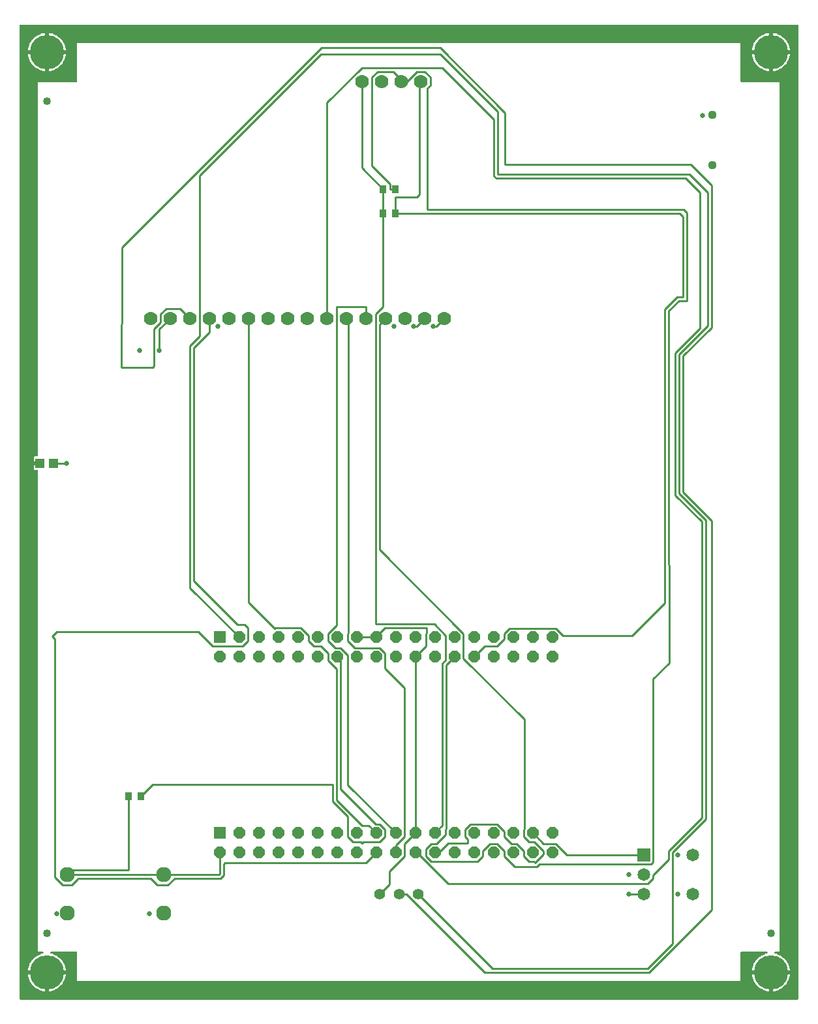
<source format=gbr>
G04 EAGLE Gerber RS-274X export*
G75*
%MOMM*%
%FSLAX34Y34*%
%LPD*%
%INTop Copper*%
%IPPOS*%
%AMOC8*
5,1,8,0,0,1.08239X$1,22.5*%
G01*
%ADD10C,1.778000*%
%ADD11C,1.651000*%
%ADD12R,1.651000X1.651000*%
%ADD13C,1.120000*%
%ADD14C,1.400000*%
%ADD15C,1.960000*%
%ADD16R,0.949959X1.031241*%
%ADD17R,1.524000X1.524000*%
%ADD18P,1.649562X8X22.500000*%
%ADD19C,1.016000*%
%ADD20C,4.445000*%
%ADD21R,1.143000X1.270000*%
%ADD22C,0.654800*%
%ADD23C,0.254000*%

G36*
X2556Y3692D02*
X2556Y3692D01*
X2563Y3573D01*
X2576Y3535D01*
X2581Y3494D01*
X2624Y3384D01*
X2661Y3271D01*
X2683Y3236D01*
X2698Y3199D01*
X2767Y3103D01*
X2831Y3002D01*
X2861Y2974D01*
X2884Y2941D01*
X2976Y2865D01*
X3063Y2784D01*
X3098Y2764D01*
X3129Y2739D01*
X3237Y2688D01*
X3341Y2630D01*
X3381Y2620D01*
X3417Y2603D01*
X3534Y2581D01*
X3649Y2551D01*
X3709Y2547D01*
X3729Y2543D01*
X3750Y2545D01*
X3810Y2541D01*
X1011991Y2541D01*
X1012109Y2556D01*
X1012227Y2563D01*
X1012266Y2575D01*
X1012306Y2581D01*
X1012417Y2624D01*
X1012530Y2661D01*
X1012564Y2683D01*
X1012602Y2698D01*
X1012698Y2767D01*
X1012799Y2831D01*
X1012826Y2861D01*
X1012859Y2884D01*
X1012935Y2976D01*
X1013017Y3063D01*
X1013036Y3098D01*
X1013062Y3129D01*
X1013113Y3237D01*
X1013170Y3341D01*
X1013180Y3381D01*
X1013198Y3417D01*
X1013220Y3534D01*
X1013250Y3649D01*
X1013253Y3709D01*
X1013257Y3729D01*
X1013256Y3750D01*
X1013260Y3810D01*
X1013359Y635000D01*
X1013459Y1266190D01*
X1013444Y1266308D01*
X1013436Y1266427D01*
X1013424Y1266465D01*
X1013419Y1266505D01*
X1013375Y1266616D01*
X1013338Y1266729D01*
X1013317Y1266764D01*
X1013302Y1266801D01*
X1013232Y1266897D01*
X1013168Y1266998D01*
X1013139Y1267026D01*
X1013115Y1267058D01*
X1013023Y1267134D01*
X1012937Y1267216D01*
X1012901Y1267236D01*
X1012870Y1267261D01*
X1012762Y1267312D01*
X1012658Y1267370D01*
X1012619Y1267380D01*
X1012582Y1267397D01*
X1012465Y1267419D01*
X1012350Y1267449D01*
X1012290Y1267453D01*
X1012270Y1267457D01*
X1012250Y1267455D01*
X1012189Y1267459D01*
X3810Y1267459D01*
X3692Y1267444D01*
X3573Y1267437D01*
X3535Y1267424D01*
X3494Y1267419D01*
X3384Y1267376D01*
X3271Y1267339D01*
X3236Y1267317D01*
X3199Y1267302D01*
X3103Y1267233D01*
X3002Y1267169D01*
X2974Y1267139D01*
X2941Y1267116D01*
X2865Y1267024D01*
X2784Y1266937D01*
X2764Y1266902D01*
X2739Y1266871D01*
X2688Y1266763D01*
X2630Y1266659D01*
X2620Y1266619D01*
X2603Y1266583D01*
X2581Y1266466D01*
X2551Y1266351D01*
X2547Y1266291D01*
X2543Y1266271D01*
X2545Y1266250D01*
X2541Y1266190D01*
X2541Y3810D01*
X2556Y3692D01*
G37*
%LPC*%
G36*
X26654Y688458D02*
X26654Y688458D01*
X26647Y688577D01*
X26634Y688615D01*
X26629Y688656D01*
X26586Y688766D01*
X26549Y688879D01*
X26527Y688914D01*
X26512Y688951D01*
X26443Y689047D01*
X26379Y689148D01*
X26349Y689176D01*
X26326Y689209D01*
X26234Y689285D01*
X26147Y689366D01*
X26112Y689386D01*
X26081Y689411D01*
X25973Y689462D01*
X25869Y689520D01*
X25829Y689530D01*
X25793Y689547D01*
X25676Y689569D01*
X25561Y689599D01*
X25501Y689603D01*
X25481Y689607D01*
X25460Y689605D01*
X25400Y689609D01*
X23161Y689609D01*
X22514Y689782D01*
X21935Y690117D01*
X21462Y690590D01*
X21127Y691169D01*
X20954Y691816D01*
X20954Y695961D01*
X25400Y695961D01*
X25518Y695976D01*
X25637Y695983D01*
X25675Y695996D01*
X25716Y696001D01*
X25826Y696044D01*
X25939Y696081D01*
X25974Y696103D01*
X26011Y696118D01*
X26107Y696188D01*
X26208Y696251D01*
X26236Y696281D01*
X26269Y696305D01*
X26345Y696396D01*
X26426Y696483D01*
X26446Y696518D01*
X26471Y696549D01*
X26522Y696657D01*
X26580Y696761D01*
X26590Y696801D01*
X26607Y696837D01*
X26629Y696954D01*
X26659Y697069D01*
X26663Y697130D01*
X26667Y697150D01*
X26665Y697170D01*
X26669Y697230D01*
X26669Y699770D01*
X26654Y699888D01*
X26647Y700007D01*
X26634Y700045D01*
X26629Y700085D01*
X26586Y700196D01*
X26549Y700309D01*
X26527Y700344D01*
X26512Y700381D01*
X26443Y700477D01*
X26379Y700578D01*
X26349Y700606D01*
X26326Y700638D01*
X26234Y700714D01*
X26147Y700796D01*
X26112Y700815D01*
X26081Y700841D01*
X25973Y700892D01*
X25869Y700949D01*
X25829Y700960D01*
X25793Y700977D01*
X25676Y700999D01*
X25561Y701029D01*
X25501Y701033D01*
X25481Y701037D01*
X25460Y701035D01*
X25400Y701039D01*
X20954Y701039D01*
X20954Y705184D01*
X21127Y705831D01*
X21462Y706410D01*
X21935Y706883D01*
X22514Y707218D01*
X23161Y707391D01*
X25400Y707391D01*
X25518Y707406D01*
X25637Y707413D01*
X25675Y707426D01*
X25716Y707431D01*
X25826Y707474D01*
X25939Y707511D01*
X25974Y707533D01*
X26011Y707548D01*
X26107Y707617D01*
X26208Y707681D01*
X26236Y707711D01*
X26269Y707734D01*
X26345Y707826D01*
X26426Y707913D01*
X26446Y707948D01*
X26471Y707979D01*
X26522Y708087D01*
X26580Y708191D01*
X26590Y708231D01*
X26607Y708267D01*
X26629Y708384D01*
X26659Y708499D01*
X26663Y708559D01*
X26667Y708579D01*
X26665Y708600D01*
X26669Y708660D01*
X26669Y1192531D01*
X76200Y1192531D01*
X76318Y1192546D01*
X76437Y1192553D01*
X76475Y1192566D01*
X76516Y1192571D01*
X76626Y1192614D01*
X76739Y1192651D01*
X76774Y1192673D01*
X76811Y1192688D01*
X76907Y1192758D01*
X77008Y1192821D01*
X77036Y1192851D01*
X77069Y1192874D01*
X77145Y1192966D01*
X77226Y1193053D01*
X77246Y1193088D01*
X77271Y1193119D01*
X77322Y1193227D01*
X77380Y1193331D01*
X77390Y1193371D01*
X77407Y1193407D01*
X77429Y1193524D01*
X77459Y1193639D01*
X77463Y1193700D01*
X77467Y1193720D01*
X77465Y1193740D01*
X77469Y1193800D01*
X77469Y1243331D01*
X938531Y1243331D01*
X938531Y1193800D01*
X938546Y1193682D01*
X938553Y1193563D01*
X938566Y1193525D01*
X938571Y1193484D01*
X938614Y1193374D01*
X938651Y1193261D01*
X938673Y1193226D01*
X938688Y1193189D01*
X938758Y1193093D01*
X938821Y1192992D01*
X938851Y1192964D01*
X938874Y1192931D01*
X938966Y1192856D01*
X939053Y1192774D01*
X939088Y1192754D01*
X939119Y1192729D01*
X939227Y1192678D01*
X939331Y1192620D01*
X939371Y1192610D01*
X939407Y1192593D01*
X939524Y1192571D01*
X939639Y1192541D01*
X939700Y1192537D01*
X939720Y1192533D01*
X939740Y1192535D01*
X939800Y1192531D01*
X989331Y1192531D01*
X989331Y64769D01*
X983615Y64769D01*
X983598Y64767D01*
X983581Y64769D01*
X983441Y64747D01*
X983300Y64729D01*
X983284Y64723D01*
X983267Y64721D01*
X983136Y64665D01*
X983004Y64612D01*
X982990Y64602D01*
X982975Y64596D01*
X982862Y64509D01*
X982747Y64426D01*
X982736Y64412D01*
X982722Y64402D01*
X982635Y64290D01*
X982544Y64181D01*
X982537Y64165D01*
X982526Y64152D01*
X982469Y64021D01*
X982409Y63893D01*
X982405Y63876D01*
X982398Y63860D01*
X982375Y63719D01*
X982349Y63581D01*
X982350Y63563D01*
X982347Y63547D01*
X982360Y63404D01*
X982368Y63263D01*
X982374Y63247D01*
X982375Y63230D01*
X982423Y63095D01*
X982467Y62961D01*
X982476Y62946D01*
X982481Y62930D01*
X982561Y62812D01*
X982637Y62692D01*
X982649Y62680D01*
X982659Y62666D01*
X982765Y62571D01*
X982868Y62474D01*
X982883Y62466D01*
X982896Y62454D01*
X983022Y62389D01*
X983147Y62320D01*
X983163Y62316D01*
X983179Y62308D01*
X983333Y62263D01*
X984767Y61935D01*
X987392Y61017D01*
X989899Y59810D01*
X992254Y58330D01*
X994429Y56595D01*
X996395Y54629D01*
X998130Y52454D01*
X999610Y50099D01*
X1000817Y47592D01*
X1001735Y44967D01*
X1002354Y42255D01*
X1002536Y40639D01*
X979170Y40639D01*
X979052Y40624D01*
X978933Y40617D01*
X978895Y40604D01*
X978855Y40599D01*
X978744Y40556D01*
X978631Y40519D01*
X978597Y40497D01*
X978559Y40482D01*
X978463Y40412D01*
X978362Y40349D01*
X978334Y40319D01*
X978302Y40295D01*
X978226Y40204D01*
X978144Y40117D01*
X978125Y40082D01*
X978099Y40051D01*
X978048Y39943D01*
X977991Y39839D01*
X977980Y39799D01*
X977963Y39763D01*
X977941Y39646D01*
X977911Y39531D01*
X977907Y39470D01*
X977903Y39450D01*
X977904Y39435D01*
X977903Y39429D01*
X977904Y39420D01*
X977901Y39370D01*
X977901Y38099D01*
X977899Y38099D01*
X977899Y39370D01*
X977884Y39488D01*
X977877Y39607D01*
X977864Y39645D01*
X977859Y39685D01*
X977815Y39796D01*
X977779Y39909D01*
X977757Y39944D01*
X977742Y39981D01*
X977672Y40077D01*
X977609Y40178D01*
X977579Y40206D01*
X977555Y40239D01*
X977464Y40314D01*
X977377Y40396D01*
X977342Y40416D01*
X977310Y40441D01*
X977203Y40492D01*
X977098Y40550D01*
X977059Y40560D01*
X977023Y40577D01*
X976906Y40599D01*
X976791Y40629D01*
X976730Y40633D01*
X976710Y40637D01*
X976690Y40635D01*
X976630Y40639D01*
X953264Y40639D01*
X953446Y42255D01*
X954065Y44967D01*
X954983Y47592D01*
X956190Y50099D01*
X957670Y52454D01*
X959405Y54629D01*
X961371Y56595D01*
X963546Y58330D01*
X965901Y59810D01*
X968408Y61017D01*
X971033Y61935D01*
X972467Y62263D01*
X972483Y62268D01*
X972500Y62271D01*
X972632Y62323D01*
X972766Y62372D01*
X972780Y62381D01*
X972796Y62388D01*
X972911Y62471D01*
X973028Y62552D01*
X973039Y62564D01*
X973053Y62574D01*
X973144Y62684D01*
X973237Y62791D01*
X973245Y62806D01*
X973256Y62819D01*
X973316Y62948D01*
X973381Y63075D01*
X973384Y63092D01*
X973391Y63107D01*
X973418Y63246D01*
X973449Y63386D01*
X973448Y63403D01*
X973451Y63420D01*
X973442Y63561D01*
X973437Y63703D01*
X973433Y63720D01*
X973432Y63737D01*
X973388Y63872D01*
X973348Y64008D01*
X973339Y64023D01*
X973333Y64039D01*
X973257Y64160D01*
X973185Y64282D01*
X973173Y64294D01*
X973163Y64308D01*
X973060Y64406D01*
X972959Y64506D01*
X972944Y64514D01*
X972932Y64526D01*
X972808Y64594D01*
X972685Y64667D01*
X972668Y64671D01*
X972653Y64680D01*
X972516Y64715D01*
X972379Y64754D01*
X972362Y64755D01*
X972345Y64759D01*
X972185Y64769D01*
X939800Y64769D01*
X939682Y64754D01*
X939563Y64747D01*
X939525Y64734D01*
X939484Y64729D01*
X939374Y64686D01*
X939261Y64649D01*
X939226Y64627D01*
X939189Y64612D01*
X939093Y64543D01*
X938992Y64479D01*
X938964Y64449D01*
X938931Y64426D01*
X938856Y64334D01*
X938774Y64247D01*
X938754Y64212D01*
X938729Y64181D01*
X938678Y64073D01*
X938620Y63969D01*
X938610Y63929D01*
X938593Y63893D01*
X938571Y63776D01*
X938541Y63661D01*
X938537Y63601D01*
X938533Y63581D01*
X938535Y63560D01*
X938534Y63548D01*
X938533Y63545D01*
X938533Y63543D01*
X938531Y63500D01*
X938531Y26669D01*
X77469Y26669D01*
X77469Y63500D01*
X77454Y63618D01*
X77447Y63737D01*
X77434Y63775D01*
X77429Y63816D01*
X77386Y63926D01*
X77349Y64039D01*
X77327Y64074D01*
X77312Y64111D01*
X77243Y64207D01*
X77179Y64308D01*
X77149Y64336D01*
X77126Y64369D01*
X77034Y64445D01*
X76947Y64526D01*
X76912Y64546D01*
X76881Y64571D01*
X76773Y64622D01*
X76669Y64680D01*
X76629Y64690D01*
X76593Y64707D01*
X76476Y64729D01*
X76361Y64759D01*
X76301Y64763D01*
X76281Y64767D01*
X76260Y64765D01*
X76200Y64769D01*
X43815Y64769D01*
X43798Y64767D01*
X43781Y64769D01*
X43641Y64747D01*
X43500Y64729D01*
X43484Y64723D01*
X43467Y64721D01*
X43336Y64665D01*
X43204Y64612D01*
X43190Y64602D01*
X43175Y64596D01*
X43062Y64509D01*
X42947Y64426D01*
X42936Y64412D01*
X42922Y64402D01*
X42835Y64290D01*
X42744Y64181D01*
X42737Y64165D01*
X42726Y64152D01*
X42669Y64021D01*
X42609Y63893D01*
X42605Y63876D01*
X42598Y63860D01*
X42575Y63719D01*
X42549Y63581D01*
X42550Y63563D01*
X42547Y63547D01*
X42560Y63404D01*
X42569Y63263D01*
X42574Y63247D01*
X42575Y63230D01*
X42623Y63095D01*
X42667Y62961D01*
X42676Y62946D01*
X42681Y62930D01*
X42761Y62812D01*
X42837Y62692D01*
X42849Y62680D01*
X42859Y62666D01*
X42964Y62572D01*
X43068Y62474D01*
X43083Y62466D01*
X43096Y62454D01*
X43222Y62389D01*
X43347Y62320D01*
X43363Y62316D01*
X43379Y62308D01*
X43533Y62263D01*
X44967Y61935D01*
X47592Y61017D01*
X50099Y59810D01*
X52454Y58330D01*
X54629Y56595D01*
X56595Y54629D01*
X58330Y52454D01*
X59810Y50099D01*
X61017Y47592D01*
X61935Y44967D01*
X62554Y42255D01*
X62736Y40639D01*
X39370Y40639D01*
X39252Y40624D01*
X39133Y40617D01*
X39095Y40604D01*
X39055Y40599D01*
X38944Y40556D01*
X38831Y40519D01*
X38797Y40497D01*
X38759Y40482D01*
X38663Y40412D01*
X38562Y40349D01*
X38534Y40319D01*
X38502Y40295D01*
X38426Y40204D01*
X38344Y40117D01*
X38325Y40082D01*
X38299Y40051D01*
X38248Y39943D01*
X38191Y39839D01*
X38180Y39799D01*
X38163Y39763D01*
X38141Y39646D01*
X38111Y39531D01*
X38107Y39470D01*
X38103Y39450D01*
X38104Y39435D01*
X38103Y39429D01*
X38104Y39420D01*
X38101Y39370D01*
X38101Y38099D01*
X38099Y38099D01*
X38099Y39370D01*
X38084Y39488D01*
X38077Y39607D01*
X38064Y39645D01*
X38059Y39685D01*
X38015Y39796D01*
X37979Y39909D01*
X37957Y39944D01*
X37942Y39981D01*
X37872Y40077D01*
X37809Y40178D01*
X37779Y40206D01*
X37755Y40239D01*
X37664Y40314D01*
X37577Y40396D01*
X37542Y40416D01*
X37510Y40441D01*
X37403Y40492D01*
X37298Y40550D01*
X37259Y40560D01*
X37223Y40577D01*
X37106Y40599D01*
X36991Y40629D01*
X36930Y40633D01*
X36910Y40637D01*
X36890Y40635D01*
X36830Y40639D01*
X13464Y40639D01*
X13646Y42255D01*
X14265Y44967D01*
X15183Y47592D01*
X16390Y50099D01*
X17870Y52454D01*
X19605Y54629D01*
X21571Y56595D01*
X23746Y58330D01*
X26101Y59810D01*
X28608Y61017D01*
X31233Y61935D01*
X32667Y62263D01*
X32683Y62268D01*
X32700Y62271D01*
X32832Y62323D01*
X32966Y62372D01*
X32980Y62381D01*
X32996Y62388D01*
X33111Y62471D01*
X33228Y62552D01*
X33239Y62564D01*
X33253Y62574D01*
X33344Y62684D01*
X33437Y62791D01*
X33445Y62806D01*
X33456Y62819D01*
X33516Y62948D01*
X33580Y63075D01*
X33584Y63092D01*
X33591Y63107D01*
X33618Y63246D01*
X33649Y63386D01*
X33648Y63403D01*
X33651Y63420D01*
X33642Y63561D01*
X33637Y63703D01*
X33633Y63720D01*
X33631Y63737D01*
X33588Y63872D01*
X33548Y64008D01*
X33539Y64023D01*
X33533Y64039D01*
X33458Y64159D01*
X33385Y64282D01*
X33372Y64294D01*
X33363Y64308D01*
X33260Y64406D01*
X33159Y64506D01*
X33144Y64514D01*
X33132Y64526D01*
X33008Y64594D01*
X32885Y64667D01*
X32868Y64671D01*
X32853Y64680D01*
X32716Y64715D01*
X32579Y64754D01*
X32562Y64755D01*
X32545Y64759D01*
X32385Y64769D01*
X26669Y64769D01*
X26669Y688340D01*
X26654Y688458D01*
G37*
%LPD*%
%LPC*%
G36*
X980439Y1234439D02*
X980439Y1234439D01*
X980439Y1256536D01*
X982055Y1256354D01*
X984767Y1255735D01*
X987392Y1254817D01*
X989899Y1253610D01*
X992254Y1252130D01*
X994429Y1250395D01*
X996395Y1248429D01*
X998130Y1246254D01*
X999610Y1243899D01*
X1000817Y1241392D01*
X1001735Y1238767D01*
X1002354Y1236055D01*
X1002536Y1234439D01*
X980439Y1234439D01*
G37*
%LPD*%
%LPC*%
G36*
X40639Y1234439D02*
X40639Y1234439D01*
X40639Y1256536D01*
X42255Y1256354D01*
X44967Y1255735D01*
X47592Y1254817D01*
X50099Y1253610D01*
X52454Y1252130D01*
X54629Y1250395D01*
X56595Y1248429D01*
X58330Y1246254D01*
X59810Y1243899D01*
X61017Y1241392D01*
X61935Y1238767D01*
X62554Y1236055D01*
X62736Y1234439D01*
X40639Y1234439D01*
G37*
%LPD*%
%LPC*%
G36*
X953264Y1234439D02*
X953264Y1234439D01*
X953446Y1236055D01*
X954065Y1238767D01*
X954983Y1241392D01*
X956190Y1243899D01*
X957670Y1246254D01*
X959405Y1248429D01*
X961371Y1250395D01*
X963546Y1252130D01*
X965901Y1253610D01*
X968408Y1254817D01*
X971033Y1255735D01*
X973745Y1256354D01*
X975361Y1256536D01*
X975361Y1234439D01*
X953264Y1234439D01*
G37*
%LPD*%
%LPC*%
G36*
X13464Y1234439D02*
X13464Y1234439D01*
X13646Y1236055D01*
X14265Y1238767D01*
X15183Y1241392D01*
X16390Y1243899D01*
X17870Y1246254D01*
X19605Y1248429D01*
X21571Y1250395D01*
X23746Y1252130D01*
X26101Y1253610D01*
X28608Y1254817D01*
X31233Y1255735D01*
X33945Y1256354D01*
X35561Y1256536D01*
X35561Y1234439D01*
X13464Y1234439D01*
G37*
%LPD*%
%LPC*%
G36*
X40639Y1229361D02*
X40639Y1229361D01*
X62736Y1229361D01*
X62554Y1227745D01*
X61935Y1225033D01*
X61017Y1222408D01*
X59810Y1219901D01*
X58330Y1217546D01*
X56595Y1215371D01*
X54629Y1213405D01*
X52454Y1211670D01*
X50099Y1210190D01*
X47592Y1208983D01*
X44967Y1208065D01*
X42255Y1207446D01*
X40639Y1207264D01*
X40639Y1229361D01*
G37*
%LPD*%
%LPC*%
G36*
X980439Y1229361D02*
X980439Y1229361D01*
X1002536Y1229361D01*
X1002354Y1227745D01*
X1001735Y1225033D01*
X1000817Y1222408D01*
X999610Y1219901D01*
X998130Y1217546D01*
X996395Y1215371D01*
X994429Y1213405D01*
X992254Y1211670D01*
X989899Y1210190D01*
X987392Y1208983D01*
X984767Y1208065D01*
X982055Y1207446D01*
X980439Y1207264D01*
X980439Y1229361D01*
G37*
%LPD*%
%LPC*%
G36*
X40639Y35561D02*
X40639Y35561D01*
X62736Y35561D01*
X62554Y33945D01*
X61935Y31233D01*
X61017Y28608D01*
X59810Y26101D01*
X58330Y23746D01*
X56595Y21571D01*
X54629Y19605D01*
X52454Y17870D01*
X50099Y16390D01*
X47592Y15183D01*
X44967Y14265D01*
X42255Y13646D01*
X40639Y13464D01*
X40639Y35561D01*
G37*
%LPD*%
%LPC*%
G36*
X980439Y35561D02*
X980439Y35561D01*
X1002536Y35561D01*
X1002354Y33945D01*
X1001735Y31233D01*
X1000817Y28608D01*
X999610Y26101D01*
X998130Y23746D01*
X996395Y21571D01*
X994429Y19605D01*
X992254Y17870D01*
X989899Y16390D01*
X987392Y15183D01*
X984767Y14265D01*
X982055Y13646D01*
X980439Y13464D01*
X980439Y35561D01*
G37*
%LPD*%
%LPC*%
G36*
X33945Y1207446D02*
X33945Y1207446D01*
X31233Y1208065D01*
X28608Y1208983D01*
X26101Y1210190D01*
X23746Y1211670D01*
X21571Y1213405D01*
X19605Y1215371D01*
X17870Y1217546D01*
X16390Y1219901D01*
X15183Y1222408D01*
X14265Y1225033D01*
X13646Y1227745D01*
X13464Y1229361D01*
X35561Y1229361D01*
X35561Y1207264D01*
X33945Y1207446D01*
G37*
%LPD*%
%LPC*%
G36*
X973745Y1207446D02*
X973745Y1207446D01*
X971033Y1208065D01*
X968408Y1208983D01*
X965901Y1210190D01*
X963546Y1211670D01*
X961371Y1213405D01*
X959405Y1215371D01*
X957670Y1217546D01*
X956190Y1219901D01*
X954983Y1222408D01*
X954065Y1225033D01*
X953446Y1227745D01*
X953264Y1229361D01*
X975361Y1229361D01*
X975361Y1207264D01*
X973745Y1207446D01*
G37*
%LPD*%
%LPC*%
G36*
X33945Y13646D02*
X33945Y13646D01*
X31233Y14265D01*
X28608Y15183D01*
X26101Y16390D01*
X23746Y17870D01*
X21571Y19605D01*
X19605Y21571D01*
X17870Y23746D01*
X16390Y26101D01*
X15183Y28608D01*
X14265Y31233D01*
X13646Y33945D01*
X13464Y35561D01*
X35561Y35561D01*
X35561Y13464D01*
X33945Y13646D01*
G37*
%LPD*%
%LPC*%
G36*
X973745Y13646D02*
X973745Y13646D01*
X971033Y14265D01*
X968408Y15183D01*
X965901Y16390D01*
X963546Y17870D01*
X961371Y19605D01*
X959405Y21571D01*
X957670Y23746D01*
X956190Y26101D01*
X954983Y28608D01*
X954065Y31233D01*
X953446Y33945D01*
X953264Y35561D01*
X975361Y35561D01*
X975361Y13464D01*
X973745Y13646D01*
G37*
%LPD*%
%LPC*%
G36*
X38099Y1231899D02*
X38099Y1231899D01*
X38099Y1231901D01*
X38101Y1231901D01*
X38101Y1231899D01*
X38099Y1231899D01*
G37*
%LPD*%
%LPC*%
G36*
X977899Y1231899D02*
X977899Y1231899D01*
X977899Y1231901D01*
X977901Y1231901D01*
X977901Y1231899D01*
X977899Y1231899D01*
G37*
%LPD*%
D10*
X523240Y1193800D03*
X497840Y1193800D03*
X472440Y1193800D03*
X447040Y1193800D03*
D11*
X876300Y190500D03*
X876300Y139700D03*
D12*
X812800Y190500D03*
D11*
X812800Y165100D03*
X812800Y139700D03*
D13*
X901700Y1150100D03*
X901700Y1085100D03*
D14*
X520300Y139700D03*
X495300Y139700D03*
X470300Y139700D03*
D15*
X189500Y164700D03*
X189500Y114700D03*
X64500Y114700D03*
X64500Y164700D03*
D16*
X490601Y1022350D03*
X474599Y1022350D03*
D17*
X262300Y472700D03*
D18*
X262300Y447300D03*
X287700Y472700D03*
X287700Y447300D03*
X313100Y472700D03*
X313100Y447300D03*
X338500Y472700D03*
X338500Y447300D03*
X363900Y472700D03*
X363900Y447300D03*
X389300Y472700D03*
X389300Y447300D03*
X414700Y472700D03*
X414700Y447300D03*
X440100Y472700D03*
X440100Y447300D03*
X465500Y472700D03*
X465500Y447300D03*
X490900Y472700D03*
X490900Y447300D03*
X516300Y472700D03*
X516300Y447300D03*
X541700Y472700D03*
X541700Y447300D03*
X567100Y472700D03*
X567100Y447300D03*
X592500Y472700D03*
X592500Y447300D03*
X617900Y472700D03*
X617900Y447300D03*
X643300Y472700D03*
X643300Y447300D03*
X668700Y472700D03*
X668700Y447300D03*
X694100Y472700D03*
X694100Y447300D03*
D17*
X262300Y218700D03*
D18*
X262300Y193300D03*
X287700Y218700D03*
X287700Y193300D03*
X313100Y218700D03*
X313100Y193300D03*
X338500Y218700D03*
X338500Y193300D03*
X363900Y218700D03*
X363900Y193300D03*
X389300Y218700D03*
X389300Y193300D03*
X414700Y218700D03*
X414700Y193300D03*
X440100Y218700D03*
X440100Y193300D03*
X465500Y218700D03*
X465500Y193300D03*
X490900Y218700D03*
X490900Y193300D03*
X516300Y218700D03*
X516300Y193300D03*
X541700Y218700D03*
X541700Y193300D03*
X567100Y218700D03*
X567100Y193300D03*
X592500Y218700D03*
X592500Y193300D03*
X617900Y218700D03*
X617900Y193300D03*
X643300Y218700D03*
X643300Y193300D03*
X668700Y218700D03*
X668700Y193300D03*
X694100Y218700D03*
X694100Y193300D03*
D16*
X490601Y1054100D03*
X474599Y1054100D03*
X144399Y266700D03*
X160401Y266700D03*
D10*
X172760Y886520D03*
X198160Y886520D03*
X223560Y886520D03*
X248960Y886520D03*
X274360Y886520D03*
X299760Y886520D03*
X325160Y886520D03*
X350560Y886520D03*
X375960Y886520D03*
X401360Y886520D03*
X426760Y886520D03*
X452160Y886520D03*
X477560Y886520D03*
X502960Y886520D03*
X528360Y886520D03*
X553760Y886520D03*
D19*
X977900Y88900D03*
X38100Y1168400D03*
X38100Y88900D03*
D20*
X38100Y38100D03*
X38100Y1231900D03*
X977900Y1231900D03*
X977900Y38100D03*
D21*
X46990Y698500D03*
X29210Y698500D03*
D22*
X793750Y165100D03*
X857250Y190500D03*
X889000Y1149350D03*
D23*
X63500Y698500D02*
X46990Y698500D01*
D22*
X63500Y698500D03*
X171450Y114300D03*
X50800Y114300D03*
X158750Y844550D03*
X260350Y876300D03*
D23*
X518140Y876300D02*
X528360Y886520D01*
X518140Y876300D02*
X514350Y876300D01*
D22*
X514350Y876300D03*
X539750Y876300D03*
D23*
X543540Y876300D02*
X553760Y886520D01*
X543540Y876300D02*
X539750Y876300D01*
X793750Y139700D02*
X812800Y139700D01*
D22*
X793750Y139700D03*
X857250Y139700D03*
D23*
X184150Y872510D02*
X198160Y886520D01*
X184150Y872510D02*
X184150Y844550D01*
D22*
X184150Y844550D03*
X488950Y876300D03*
D23*
X474599Y1022350D02*
X474599Y1054100D01*
X447040Y1081659D02*
X447040Y1193800D01*
X447040Y1081659D02*
X474599Y1054100D01*
X175641Y281940D02*
X160401Y266700D01*
X175641Y281940D02*
X408940Y281940D01*
X474599Y901520D02*
X474599Y1022350D01*
X474599Y901520D02*
X464860Y891781D01*
X541490Y218910D02*
X541700Y218700D01*
X464860Y489505D02*
X464860Y891781D01*
X541146Y489505D02*
X555670Y474980D01*
X555670Y443054D01*
X551180Y438564D01*
X551180Y228600D02*
X541490Y218910D01*
X551180Y228600D02*
X551180Y438564D01*
X541146Y489505D02*
X464860Y489505D01*
X408940Y281940D02*
X408940Y259516D01*
X428670Y213966D02*
X435366Y207270D01*
X428670Y239786D02*
X408940Y259516D01*
X435366Y207270D02*
X445510Y207270D01*
X447040Y205740D01*
X428670Y213966D02*
X428670Y239786D01*
X470235Y207270D02*
X476930Y213966D01*
X476930Y223435D01*
X470235Y230130D01*
X464820Y230130D01*
X448570Y207270D02*
X447040Y205740D01*
X448570Y207270D02*
X470235Y207270D01*
X464820Y230130D02*
X419100Y275850D01*
X419100Y442900D02*
X414700Y447300D01*
X419100Y442900D02*
X419100Y275850D01*
X236260Y1071920D02*
X393700Y1229360D01*
X236260Y1071920D02*
X236260Y863224D01*
X223560Y850524D01*
X223560Y536840D02*
X287700Y472700D01*
X223560Y536840D02*
X223560Y850524D01*
X616820Y43180D02*
X817880Y43180D01*
X893190Y624537D02*
X858520Y659207D01*
X850166Y193434D02*
X850166Y75466D01*
X850166Y193434D02*
X893190Y236458D01*
X893190Y624537D01*
X872054Y1073150D02*
X623442Y1073150D01*
X895730Y1049474D02*
X895730Y876603D01*
X895730Y1049474D02*
X872054Y1073150D01*
X895730Y876603D02*
X858520Y839393D01*
X623442Y1073150D02*
X623442Y1154558D01*
X850166Y75466D02*
X817880Y43180D01*
X858520Y659207D02*
X858520Y839393D01*
X623442Y1154558D02*
X548640Y1229360D01*
X393700Y1229360D01*
X520300Y139700D02*
X616820Y43180D01*
X713065Y190500D02*
X812800Y190500D01*
X682670Y204730D02*
X668700Y218700D01*
X698835Y204730D02*
X713065Y190500D01*
X698835Y204730D02*
X682670Y204730D01*
X839790Y517210D02*
X839790Y898106D01*
X856174Y914490D01*
X863600Y914490D01*
X523240Y1193800D02*
X522021Y1192581D01*
X522021Y1047366D01*
X863600Y1018540D02*
X863600Y914490D01*
X863600Y1018540D02*
X859790Y1022350D01*
X522021Y1047366D02*
X518595Y1043940D01*
X490220Y1043940D01*
X490220Y1022731D01*
X490601Y1022350D01*
X638566Y484130D02*
X631870Y477435D01*
X606470Y461270D02*
X592500Y447300D01*
X606470Y461270D02*
X622635Y461270D01*
X698835Y484130D02*
X707985Y474980D01*
X698835Y484130D02*
X638566Y484130D01*
X631870Y470506D02*
X622635Y461270D01*
X631870Y470506D02*
X631870Y477435D01*
X797560Y474980D02*
X839790Y517210D01*
X797560Y474980D02*
X707985Y474980D01*
X859790Y1022350D02*
X490601Y1022350D01*
X858279Y909410D02*
X868680Y909410D01*
X858279Y909410D02*
X844870Y896001D01*
X844870Y567039D02*
X845820Y566089D01*
X844870Y567039D02*
X844870Y896001D01*
X868680Y909410D02*
X868680Y1023620D01*
X864870Y1027430D01*
X532181Y1027430D01*
X532181Y1184780D01*
X535940Y1188539D01*
X535940Y1199061D01*
X528501Y1206500D01*
X517979Y1206500D01*
X505279Y1193800D01*
X500380Y1193800D01*
X497840Y1193800D01*
X845820Y566089D02*
X845820Y439420D01*
X824865Y180667D02*
X822633Y178435D01*
X603930Y188566D02*
X597235Y181870D01*
X536966Y181870D02*
X530270Y188566D01*
X530270Y198035D01*
X536966Y204730D01*
X631870Y195495D02*
X631870Y188566D01*
X543895Y204730D02*
X536966Y204730D01*
X543895Y204730D02*
X555670Y216506D01*
X555670Y223435D01*
X645176Y175260D02*
X674009Y175260D01*
X645176Y175260D02*
X631870Y188566D01*
X674009Y175260D02*
X677184Y178435D01*
X822633Y178435D01*
X556260Y224025D02*
X555670Y223435D01*
X536966Y181870D02*
X597235Y181870D01*
X622635Y204730D02*
X631870Y195495D01*
X824865Y180667D02*
X824865Y418465D01*
X622635Y204730D02*
X613166Y204730D01*
X603930Y195495D01*
X603930Y188566D01*
X556260Y436460D02*
X567100Y447300D01*
X824865Y418465D02*
X845820Y439420D01*
X556260Y436460D02*
X556260Y224025D01*
X483159Y1054100D02*
X483159Y1060834D01*
X459740Y1084253D01*
X459740Y1199061D01*
X467179Y1206500D01*
X487680Y1206500D01*
X500380Y1193800D01*
X490601Y1054100D02*
X483159Y1054100D01*
X189900Y165100D02*
X189500Y164700D01*
X189900Y165100D02*
X261620Y165100D01*
X262300Y165780D01*
X262300Y193300D01*
X189500Y164700D02*
X66040Y164700D01*
X65840Y164900D01*
X144399Y170561D02*
X144399Y266700D01*
X144399Y170561D02*
X71501Y170561D01*
X65840Y164900D01*
X368736Y1211580D02*
X394299Y1237143D01*
X368736Y1211580D02*
X368300Y1211580D01*
X495300Y139700D02*
X505012Y139700D01*
X606612Y38100D01*
X819984Y38100D01*
X900810Y118926D01*
X900810Y624101D02*
X864056Y660856D01*
X900810Y874499D02*
X900810Y1059199D01*
X874159Y1085850D01*
X864056Y837744D02*
X864056Y660856D01*
X864056Y837744D02*
X900810Y874499D01*
X874159Y1085850D02*
X632460Y1085850D01*
X632460Y1153160D01*
X900810Y624101D02*
X900810Y118926D01*
X632460Y1153160D02*
X548477Y1237143D01*
X394299Y1237143D01*
X135570Y879143D02*
X134620Y878193D01*
X134620Y822960D01*
X135570Y879143D02*
X135570Y978850D01*
X368300Y1211580D01*
X175260Y822960D02*
X134620Y822960D01*
X175260Y822960D02*
X177066Y824766D01*
X177066Y872865D01*
X185460Y881259D01*
X185460Y891781D02*
X192899Y899220D01*
X210860Y899220D01*
X223560Y886520D01*
X185460Y881259D02*
X185460Y891781D01*
X50800Y480060D02*
X44853Y474113D01*
X228640Y546129D02*
X285559Y489210D01*
X294640Y489210D01*
X228640Y546129D02*
X228640Y848420D01*
X248960Y868740D02*
X248960Y886520D01*
X248960Y868740D02*
X228640Y848420D01*
X44853Y474113D02*
X48260Y470705D01*
X452540Y180340D02*
X465500Y193300D01*
X452540Y180340D02*
X269240Y180340D01*
X267380Y163676D02*
X263724Y160020D01*
X267380Y178480D02*
X269240Y180340D01*
X267380Y178480D02*
X267380Y163676D01*
X263724Y160020D02*
X204068Y160020D01*
X195138Y151090D02*
X181650Y151090D01*
X173120Y159620D01*
X78110Y159620D02*
X78110Y159063D01*
X70138Y151090D01*
X58863Y151090D02*
X48260Y161693D01*
X195138Y151090D02*
X204068Y160020D01*
X173120Y159620D02*
X78110Y159620D01*
X70138Y151090D02*
X58863Y151090D01*
X48260Y161693D02*
X48260Y470705D01*
X294640Y489210D02*
X299130Y484720D01*
X253102Y461270D02*
X234312Y480060D01*
X292435Y461270D02*
X299130Y467966D01*
X299130Y484720D01*
X234312Y480060D02*
X50800Y480060D01*
X253102Y461270D02*
X292435Y461270D01*
X455600Y228600D02*
X465500Y218700D01*
X455600Y228600D02*
X447040Y228600D01*
X299760Y517753D02*
X299760Y886520D01*
X299760Y517753D02*
X333383Y484130D01*
X334393Y485140D01*
X403270Y452035D02*
X403270Y442566D01*
X414020Y431816D02*
X414020Y261620D01*
X414020Y431816D02*
X403270Y442566D01*
X414020Y261620D02*
X447040Y228600D01*
X403270Y452035D02*
X394035Y461270D01*
X384566Y461270D01*
X377870Y467966D01*
X377870Y474895D01*
X367625Y485140D01*
X334393Y485140D01*
X845086Y195539D02*
X845086Y184150D01*
X845086Y195539D02*
X888110Y238563D01*
X888110Y622433D02*
X853440Y657103D01*
X853440Y841497D01*
X885570Y873627D01*
X888110Y622433D02*
X888110Y238563D01*
X867410Y1068070D02*
X621338Y1068070D01*
X618362Y1071046D01*
X885570Y1049910D02*
X885570Y873627D01*
X885570Y1049910D02*
X867410Y1068070D01*
X618362Y1144398D02*
X551180Y1211580D01*
X618362Y1144398D02*
X618362Y1071046D01*
X446859Y1211580D02*
X401360Y1166081D01*
X446859Y1211580D02*
X551180Y1211580D01*
X401360Y1166081D02*
X401360Y886520D01*
X824865Y160103D02*
X817798Y153035D01*
X518351Y193300D02*
X516300Y193300D01*
X824865Y163929D02*
X824865Y160103D01*
X824865Y163929D02*
X845086Y184150D01*
X558616Y153035D02*
X518351Y193300D01*
X558616Y153035D02*
X817798Y153035D01*
X490900Y193300D02*
X490900Y202536D01*
X502330Y213966D01*
X502330Y406990D01*
X476930Y452035D02*
X470235Y458730D01*
X476930Y432390D02*
X502330Y406990D01*
X476930Y432390D02*
X476930Y452035D01*
X428670Y467966D02*
X428670Y477435D01*
X429260Y478025D01*
X428670Y467966D02*
X437906Y458730D01*
X470235Y458730D01*
X429260Y884020D02*
X426760Y886520D01*
X429260Y884020D02*
X429260Y478025D01*
X428670Y280930D02*
X490900Y218700D01*
X452120Y901660D02*
X414060Y901660D01*
X452120Y901660D02*
X452160Y901620D01*
X452160Y886520D01*
X403270Y477435D02*
X403270Y467966D01*
X403270Y477435D02*
X414060Y488225D01*
X412506Y458730D02*
X419435Y458730D01*
X428670Y449495D01*
X428670Y280930D01*
X414060Y488225D02*
X414060Y901660D01*
X403270Y467966D02*
X412506Y458730D01*
X682670Y191106D02*
X671905Y180340D01*
X663966Y207270D02*
X657270Y213966D01*
X670895Y207270D02*
X682670Y195495D01*
X670895Y207270D02*
X663966Y207270D01*
X682670Y195495D02*
X682670Y191106D01*
X546780Y193300D02*
X541700Y193300D01*
X546780Y193300D02*
X559220Y205740D01*
X584200Y205740D01*
X581070Y213966D02*
X581070Y223435D01*
X584200Y210836D02*
X584200Y205740D01*
X584200Y210836D02*
X581070Y213966D01*
X657270Y188566D02*
X663966Y181870D01*
X670375Y181870D01*
X671905Y180340D01*
X622635Y230130D02*
X587766Y230130D01*
X622635Y230130D02*
X631870Y220895D01*
X631870Y213966D01*
X641106Y204730D01*
X648035Y204730D01*
X657270Y195495D01*
X657270Y188566D01*
X587766Y230130D02*
X581070Y223435D01*
X657270Y223435D02*
X657270Y213966D01*
X657270Y223435D02*
X657608Y223772D01*
X657608Y366012D01*
X578530Y477435D02*
X469940Y586025D01*
X578530Y477435D02*
X578530Y445090D01*
X469940Y878900D02*
X477560Y886520D01*
X469940Y878900D02*
X469940Y586025D01*
X578530Y445090D02*
X657608Y366012D01*
X516720Y447300D02*
X516300Y447300D01*
X516300Y446880D02*
X516720Y447300D01*
X482528Y168764D02*
X482528Y151928D01*
X470300Y139700D01*
X482528Y168764D02*
X502330Y188566D01*
X502330Y204730D02*
X516300Y218700D01*
X502330Y204730D02*
X502330Y188566D01*
X465500Y472700D02*
X464820Y472700D01*
X530270Y477435D02*
X530860Y478025D01*
X530860Y484425D01*
X530270Y461270D02*
X516300Y447300D01*
X530270Y461270D02*
X530270Y477435D01*
X530860Y484425D02*
X476545Y484425D01*
X464820Y472700D01*
X516300Y446880D02*
X516300Y218700D01*
X465500Y472700D02*
X440100Y472700D01*
M02*

</source>
